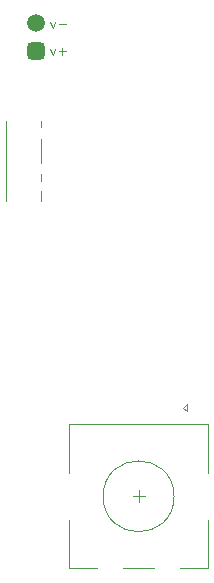
<source format=gbr>
%TF.GenerationSoftware,KiCad,Pcbnew,(7.0.0)*%
%TF.CreationDate,2023-06-29T20:35:03+03:00*%
%TF.ProjectId,kapeebar-a,6b617065-6562-4617-922d-612e6b696361,rev?*%
%TF.SameCoordinates,Original*%
%TF.FileFunction,Legend,Top*%
%TF.FilePolarity,Positive*%
%FSLAX46Y46*%
G04 Gerber Fmt 4.6, Leading zero omitted, Abs format (unit mm)*
G04 Created by KiCad (PCBNEW (7.0.0)) date 2023-06-29 20:35:03*
%MOMM*%
%LPD*%
G01*
G04 APERTURE LIST*
G04 Aperture macros list*
%AMRoundRect*
0 Rectangle with rounded corners*
0 $1 Rounding radius*
0 $2 $3 $4 $5 $6 $7 $8 $9 X,Y pos of 4 corners*
0 Add a 4 corners polygon primitive as box body*
4,1,4,$2,$3,$4,$5,$6,$7,$8,$9,$2,$3,0*
0 Add four circle primitives for the rounded corners*
1,1,$1+$1,$2,$3*
1,1,$1+$1,$4,$5*
1,1,$1+$1,$6,$7*
1,1,$1+$1,$8,$9*
0 Add four rect primitives between the rounded corners*
20,1,$1+$1,$2,$3,$4,$5,0*
20,1,$1+$1,$4,$5,$6,$7,0*
20,1,$1+$1,$6,$7,$8,$9,0*
20,1,$1+$1,$8,$9,$2,$3,0*%
G04 Aperture macros list end*
%ADD10C,0.100000*%
%ADD11C,0.120000*%
%ADD12RoundRect,0.375000X-0.375000X0.375000X-0.375000X-0.375000X0.375000X-0.375000X0.375000X0.375000X0*%
%ADD13C,1.500000*%
G04 APERTURE END LIST*
D10*
%TO.C,J1*%
X136926785Y-77610571D02*
X137117261Y-78143904D01*
X137117261Y-78143904D02*
X137307738Y-77610571D01*
X137612500Y-77839142D02*
X138222024Y-77839142D01*
X137917262Y-78143904D02*
X137917262Y-77534380D01*
%TO.C,J2*%
X136926785Y-75329321D02*
X137117261Y-75862654D01*
X137117261Y-75862654D02*
X137307738Y-75329321D01*
X137612500Y-75557892D02*
X138222024Y-75557892D01*
D11*
%TO.C,switch*%
X133150000Y-90493750D02*
X133150000Y-83743750D01*
X136110000Y-89703750D02*
X136110000Y-90493750D01*
X136120000Y-84273750D02*
X136120000Y-83743750D01*
X136120000Y-85233750D02*
X136120000Y-87273750D01*
X136120000Y-88203750D02*
X136120000Y-88783750D01*
%TO.C,SW15*%
X148493750Y-107725000D02*
X148493750Y-108325000D01*
X148193750Y-108025000D02*
X148493750Y-107725000D01*
X148493750Y-108325000D02*
X148193750Y-108025000D01*
X150293750Y-109425000D02*
X138493750Y-109425000D01*
X150293750Y-113525000D02*
X150293750Y-109425000D01*
X138493750Y-113525000D02*
X138493750Y-109425000D01*
X144393750Y-115025000D02*
X144393750Y-116025000D01*
X144893750Y-115525000D02*
X143893750Y-115525000D01*
X150293750Y-117525000D02*
X150293750Y-121625000D01*
X150293750Y-121625000D02*
X147893750Y-121625000D01*
X145693750Y-121625000D02*
X143093750Y-121625000D01*
X140893750Y-121625000D02*
X138493750Y-121625000D01*
X138493750Y-121625000D02*
X138493750Y-117525000D01*
X147393750Y-115525000D02*
G75*
G03*
X147393750Y-115525000I-3000000J0D01*
G01*
%TD*%
D12*
%TO.C,J1*%
X135731250Y-77787500D03*
%TD*%
D13*
%TO.C,J2*%
X135731250Y-75406250D03*
%TD*%
M02*

</source>
